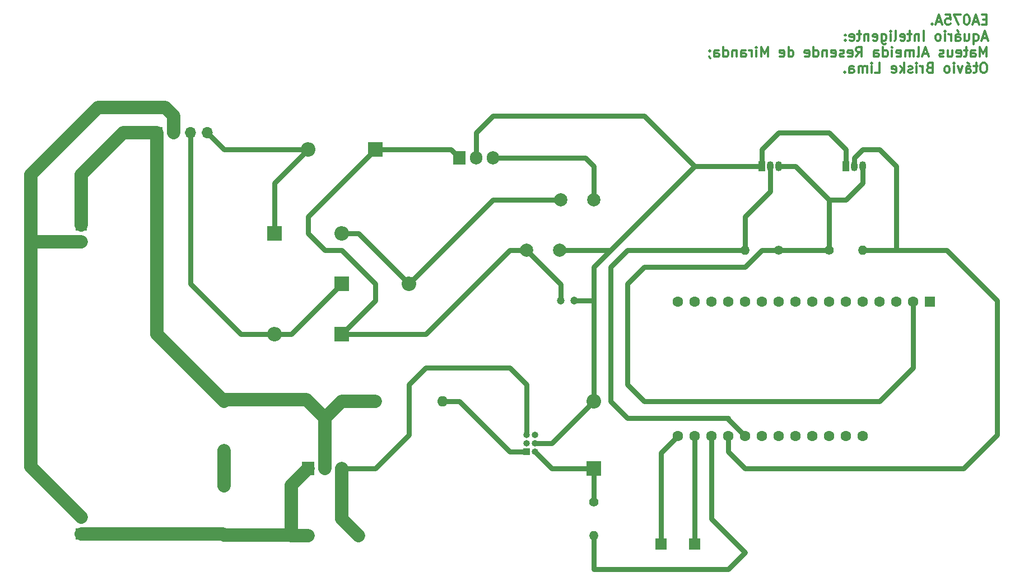
<source format=gbr>
%TF.GenerationSoftware,KiCad,Pcbnew,7.0.2-0*%
%TF.CreationDate,2023-06-25T20:51:01-03:00*%
%TF.ProjectId,Aquario_inteligente,41717561-7269-46f5-9f69-6e74656c6967,rev?*%
%TF.SameCoordinates,Original*%
%TF.FileFunction,Copper,L2,Bot*%
%TF.FilePolarity,Positive*%
%FSLAX46Y46*%
G04 Gerber Fmt 4.6, Leading zero omitted, Abs format (unit mm)*
G04 Created by KiCad (PCBNEW 7.0.2-0) date 2023-06-25 20:51:01*
%MOMM*%
%LPD*%
G01*
G04 APERTURE LIST*
%ADD10C,0.300000*%
%TA.AperFunction,NonConductor*%
%ADD11C,0.300000*%
%TD*%
%TA.AperFunction,ComponentPad*%
%ADD12R,1.700000X1.700000*%
%TD*%
%TA.AperFunction,ComponentPad*%
%ADD13C,2.000000*%
%TD*%
%TA.AperFunction,ComponentPad*%
%ADD14R,2.200000X2.200000*%
%TD*%
%TA.AperFunction,ComponentPad*%
%ADD15O,2.200000X2.200000*%
%TD*%
%TA.AperFunction,ComponentPad*%
%ADD16O,1.000000X1.000000*%
%TD*%
%TA.AperFunction,ComponentPad*%
%ADD17R,1.000000X1.000000*%
%TD*%
%TA.AperFunction,ComponentPad*%
%ADD18R,1.905000X2.000000*%
%TD*%
%TA.AperFunction,ComponentPad*%
%ADD19O,1.905000X2.000000*%
%TD*%
%TA.AperFunction,ComponentPad*%
%ADD20C,1.600000*%
%TD*%
%TA.AperFunction,ComponentPad*%
%ADD21O,1.700000X1.700000*%
%TD*%
%TA.AperFunction,ComponentPad*%
%ADD22C,1.400000*%
%TD*%
%TA.AperFunction,ComponentPad*%
%ADD23O,1.400000X1.400000*%
%TD*%
%TA.AperFunction,ComponentPad*%
%ADD24R,1.050000X1.500000*%
%TD*%
%TA.AperFunction,ComponentPad*%
%ADD25O,1.050000X1.500000*%
%TD*%
%TA.AperFunction,ComponentPad*%
%ADD26C,1.200000*%
%TD*%
%TA.AperFunction,ComponentPad*%
%ADD27R,1.600000X1.600000*%
%TD*%
%TA.AperFunction,ComponentPad*%
%ADD28O,1.600000X1.600000*%
%TD*%
%TA.AperFunction,Conductor*%
%ADD29C,0.800000*%
%TD*%
%TA.AperFunction,Conductor*%
%ADD30C,2.000000*%
%TD*%
G04 APERTURE END LIST*
D10*
D11*
X225702857Y-60320714D02*
X225202857Y-60320714D01*
X224988571Y-61106428D02*
X225702857Y-61106428D01*
X225702857Y-61106428D02*
X225702857Y-59606428D01*
X225702857Y-59606428D02*
X224988571Y-59606428D01*
X224417142Y-60677857D02*
X223702857Y-60677857D01*
X224559999Y-61106428D02*
X224059999Y-59606428D01*
X224059999Y-59606428D02*
X223559999Y-61106428D01*
X222774285Y-59606428D02*
X222631428Y-59606428D01*
X222631428Y-59606428D02*
X222488571Y-59677857D01*
X222488571Y-59677857D02*
X222417143Y-59749285D01*
X222417143Y-59749285D02*
X222345714Y-59892142D01*
X222345714Y-59892142D02*
X222274285Y-60177857D01*
X222274285Y-60177857D02*
X222274285Y-60535000D01*
X222274285Y-60535000D02*
X222345714Y-60820714D01*
X222345714Y-60820714D02*
X222417143Y-60963571D01*
X222417143Y-60963571D02*
X222488571Y-61035000D01*
X222488571Y-61035000D02*
X222631428Y-61106428D01*
X222631428Y-61106428D02*
X222774285Y-61106428D01*
X222774285Y-61106428D02*
X222917143Y-61035000D01*
X222917143Y-61035000D02*
X222988571Y-60963571D01*
X222988571Y-60963571D02*
X223060000Y-60820714D01*
X223060000Y-60820714D02*
X223131428Y-60535000D01*
X223131428Y-60535000D02*
X223131428Y-60177857D01*
X223131428Y-60177857D02*
X223060000Y-59892142D01*
X223060000Y-59892142D02*
X222988571Y-59749285D01*
X222988571Y-59749285D02*
X222917143Y-59677857D01*
X222917143Y-59677857D02*
X222774285Y-59606428D01*
X221774286Y-59606428D02*
X220774286Y-59606428D01*
X220774286Y-59606428D02*
X221417143Y-61106428D01*
X219488572Y-59606428D02*
X220202858Y-59606428D01*
X220202858Y-59606428D02*
X220274286Y-60320714D01*
X220274286Y-60320714D02*
X220202858Y-60249285D01*
X220202858Y-60249285D02*
X220060001Y-60177857D01*
X220060001Y-60177857D02*
X219702858Y-60177857D01*
X219702858Y-60177857D02*
X219560001Y-60249285D01*
X219560001Y-60249285D02*
X219488572Y-60320714D01*
X219488572Y-60320714D02*
X219417143Y-60463571D01*
X219417143Y-60463571D02*
X219417143Y-60820714D01*
X219417143Y-60820714D02*
X219488572Y-60963571D01*
X219488572Y-60963571D02*
X219560001Y-61035000D01*
X219560001Y-61035000D02*
X219702858Y-61106428D01*
X219702858Y-61106428D02*
X220060001Y-61106428D01*
X220060001Y-61106428D02*
X220202858Y-61035000D01*
X220202858Y-61035000D02*
X220274286Y-60963571D01*
X218845715Y-60677857D02*
X218131430Y-60677857D01*
X218988572Y-61106428D02*
X218488572Y-59606428D01*
X218488572Y-59606428D02*
X217988572Y-61106428D01*
X217488573Y-60963571D02*
X217417144Y-61035000D01*
X217417144Y-61035000D02*
X217488573Y-61106428D01*
X217488573Y-61106428D02*
X217560001Y-61035000D01*
X217560001Y-61035000D02*
X217488573Y-60963571D01*
X217488573Y-60963571D02*
X217488573Y-61106428D01*
X225774285Y-63107857D02*
X225060000Y-63107857D01*
X225917142Y-63536428D02*
X225417142Y-62036428D01*
X225417142Y-62036428D02*
X224917142Y-63536428D01*
X223774286Y-62536428D02*
X223774286Y-64036428D01*
X223774286Y-63465000D02*
X223917143Y-63536428D01*
X223917143Y-63536428D02*
X224202857Y-63536428D01*
X224202857Y-63536428D02*
X224345714Y-63465000D01*
X224345714Y-63465000D02*
X224417143Y-63393571D01*
X224417143Y-63393571D02*
X224488571Y-63250714D01*
X224488571Y-63250714D02*
X224488571Y-62822142D01*
X224488571Y-62822142D02*
X224417143Y-62679285D01*
X224417143Y-62679285D02*
X224345714Y-62607857D01*
X224345714Y-62607857D02*
X224202857Y-62536428D01*
X224202857Y-62536428D02*
X223917143Y-62536428D01*
X223917143Y-62536428D02*
X223774286Y-62607857D01*
X222417143Y-62536428D02*
X222417143Y-63536428D01*
X223060000Y-62536428D02*
X223060000Y-63322142D01*
X223060000Y-63322142D02*
X222988571Y-63465000D01*
X222988571Y-63465000D02*
X222845714Y-63536428D01*
X222845714Y-63536428D02*
X222631428Y-63536428D01*
X222631428Y-63536428D02*
X222488571Y-63465000D01*
X222488571Y-63465000D02*
X222417143Y-63393571D01*
X221060000Y-63536428D02*
X221060000Y-62750714D01*
X221060000Y-62750714D02*
X221131428Y-62607857D01*
X221131428Y-62607857D02*
X221274285Y-62536428D01*
X221274285Y-62536428D02*
X221560000Y-62536428D01*
X221560000Y-62536428D02*
X221702857Y-62607857D01*
X221060000Y-63465000D02*
X221202857Y-63536428D01*
X221202857Y-63536428D02*
X221560000Y-63536428D01*
X221560000Y-63536428D02*
X221702857Y-63465000D01*
X221702857Y-63465000D02*
X221774285Y-63322142D01*
X221774285Y-63322142D02*
X221774285Y-63179285D01*
X221774285Y-63179285D02*
X221702857Y-63036428D01*
X221702857Y-63036428D02*
X221560000Y-62965000D01*
X221560000Y-62965000D02*
X221202857Y-62965000D01*
X221202857Y-62965000D02*
X221060000Y-62893571D01*
X221274285Y-61965000D02*
X221488571Y-62179285D01*
X220345714Y-63536428D02*
X220345714Y-62536428D01*
X220345714Y-62822142D02*
X220274285Y-62679285D01*
X220274285Y-62679285D02*
X220202857Y-62607857D01*
X220202857Y-62607857D02*
X220059999Y-62536428D01*
X220059999Y-62536428D02*
X219917142Y-62536428D01*
X219417143Y-63536428D02*
X219417143Y-62536428D01*
X219417143Y-62036428D02*
X219488571Y-62107857D01*
X219488571Y-62107857D02*
X219417143Y-62179285D01*
X219417143Y-62179285D02*
X219345714Y-62107857D01*
X219345714Y-62107857D02*
X219417143Y-62036428D01*
X219417143Y-62036428D02*
X219417143Y-62179285D01*
X218488571Y-63536428D02*
X218631428Y-63465000D01*
X218631428Y-63465000D02*
X218702857Y-63393571D01*
X218702857Y-63393571D02*
X218774285Y-63250714D01*
X218774285Y-63250714D02*
X218774285Y-62822142D01*
X218774285Y-62822142D02*
X218702857Y-62679285D01*
X218702857Y-62679285D02*
X218631428Y-62607857D01*
X218631428Y-62607857D02*
X218488571Y-62536428D01*
X218488571Y-62536428D02*
X218274285Y-62536428D01*
X218274285Y-62536428D02*
X218131428Y-62607857D01*
X218131428Y-62607857D02*
X218060000Y-62679285D01*
X218060000Y-62679285D02*
X217988571Y-62822142D01*
X217988571Y-62822142D02*
X217988571Y-63250714D01*
X217988571Y-63250714D02*
X218060000Y-63393571D01*
X218060000Y-63393571D02*
X218131428Y-63465000D01*
X218131428Y-63465000D02*
X218274285Y-63536428D01*
X218274285Y-63536428D02*
X218488571Y-63536428D01*
X216202857Y-63536428D02*
X216202857Y-62036428D01*
X215488571Y-62536428D02*
X215488571Y-63536428D01*
X215488571Y-62679285D02*
X215417142Y-62607857D01*
X215417142Y-62607857D02*
X215274285Y-62536428D01*
X215274285Y-62536428D02*
X215059999Y-62536428D01*
X215059999Y-62536428D02*
X214917142Y-62607857D01*
X214917142Y-62607857D02*
X214845714Y-62750714D01*
X214845714Y-62750714D02*
X214845714Y-63536428D01*
X214345713Y-62536428D02*
X213774285Y-62536428D01*
X214131428Y-62036428D02*
X214131428Y-63322142D01*
X214131428Y-63322142D02*
X214059999Y-63465000D01*
X214059999Y-63465000D02*
X213917142Y-63536428D01*
X213917142Y-63536428D02*
X213774285Y-63536428D01*
X212702856Y-63465000D02*
X212845713Y-63536428D01*
X212845713Y-63536428D02*
X213131428Y-63536428D01*
X213131428Y-63536428D02*
X213274285Y-63465000D01*
X213274285Y-63465000D02*
X213345713Y-63322142D01*
X213345713Y-63322142D02*
X213345713Y-62750714D01*
X213345713Y-62750714D02*
X213274285Y-62607857D01*
X213274285Y-62607857D02*
X213131428Y-62536428D01*
X213131428Y-62536428D02*
X212845713Y-62536428D01*
X212845713Y-62536428D02*
X212702856Y-62607857D01*
X212702856Y-62607857D02*
X212631428Y-62750714D01*
X212631428Y-62750714D02*
X212631428Y-62893571D01*
X212631428Y-62893571D02*
X213345713Y-63036428D01*
X211774285Y-63536428D02*
X211917142Y-63465000D01*
X211917142Y-63465000D02*
X211988571Y-63322142D01*
X211988571Y-63322142D02*
X211988571Y-62036428D01*
X211202857Y-63536428D02*
X211202857Y-62536428D01*
X211202857Y-62036428D02*
X211274285Y-62107857D01*
X211274285Y-62107857D02*
X211202857Y-62179285D01*
X211202857Y-62179285D02*
X211131428Y-62107857D01*
X211131428Y-62107857D02*
X211202857Y-62036428D01*
X211202857Y-62036428D02*
X211202857Y-62179285D01*
X209845714Y-62536428D02*
X209845714Y-63750714D01*
X209845714Y-63750714D02*
X209917142Y-63893571D01*
X209917142Y-63893571D02*
X209988571Y-63965000D01*
X209988571Y-63965000D02*
X210131428Y-64036428D01*
X210131428Y-64036428D02*
X210345714Y-64036428D01*
X210345714Y-64036428D02*
X210488571Y-63965000D01*
X209845714Y-63465000D02*
X209988571Y-63536428D01*
X209988571Y-63536428D02*
X210274285Y-63536428D01*
X210274285Y-63536428D02*
X210417142Y-63465000D01*
X210417142Y-63465000D02*
X210488571Y-63393571D01*
X210488571Y-63393571D02*
X210559999Y-63250714D01*
X210559999Y-63250714D02*
X210559999Y-62822142D01*
X210559999Y-62822142D02*
X210488571Y-62679285D01*
X210488571Y-62679285D02*
X210417142Y-62607857D01*
X210417142Y-62607857D02*
X210274285Y-62536428D01*
X210274285Y-62536428D02*
X209988571Y-62536428D01*
X209988571Y-62536428D02*
X209845714Y-62607857D01*
X208559999Y-63465000D02*
X208702856Y-63536428D01*
X208702856Y-63536428D02*
X208988571Y-63536428D01*
X208988571Y-63536428D02*
X209131428Y-63465000D01*
X209131428Y-63465000D02*
X209202856Y-63322142D01*
X209202856Y-63322142D02*
X209202856Y-62750714D01*
X209202856Y-62750714D02*
X209131428Y-62607857D01*
X209131428Y-62607857D02*
X208988571Y-62536428D01*
X208988571Y-62536428D02*
X208702856Y-62536428D01*
X208702856Y-62536428D02*
X208559999Y-62607857D01*
X208559999Y-62607857D02*
X208488571Y-62750714D01*
X208488571Y-62750714D02*
X208488571Y-62893571D01*
X208488571Y-62893571D02*
X209202856Y-63036428D01*
X207845714Y-62536428D02*
X207845714Y-63536428D01*
X207845714Y-62679285D02*
X207774285Y-62607857D01*
X207774285Y-62607857D02*
X207631428Y-62536428D01*
X207631428Y-62536428D02*
X207417142Y-62536428D01*
X207417142Y-62536428D02*
X207274285Y-62607857D01*
X207274285Y-62607857D02*
X207202857Y-62750714D01*
X207202857Y-62750714D02*
X207202857Y-63536428D01*
X206702856Y-62536428D02*
X206131428Y-62536428D01*
X206488571Y-62036428D02*
X206488571Y-63322142D01*
X206488571Y-63322142D02*
X206417142Y-63465000D01*
X206417142Y-63465000D02*
X206274285Y-63536428D01*
X206274285Y-63536428D02*
X206131428Y-63536428D01*
X205059999Y-63465000D02*
X205202856Y-63536428D01*
X205202856Y-63536428D02*
X205488571Y-63536428D01*
X205488571Y-63536428D02*
X205631428Y-63465000D01*
X205631428Y-63465000D02*
X205702856Y-63322142D01*
X205702856Y-63322142D02*
X205702856Y-62750714D01*
X205702856Y-62750714D02*
X205631428Y-62607857D01*
X205631428Y-62607857D02*
X205488571Y-62536428D01*
X205488571Y-62536428D02*
X205202856Y-62536428D01*
X205202856Y-62536428D02*
X205059999Y-62607857D01*
X205059999Y-62607857D02*
X204988571Y-62750714D01*
X204988571Y-62750714D02*
X204988571Y-62893571D01*
X204988571Y-62893571D02*
X205702856Y-63036428D01*
X204345714Y-63393571D02*
X204274285Y-63465000D01*
X204274285Y-63465000D02*
X204345714Y-63536428D01*
X204345714Y-63536428D02*
X204417142Y-63465000D01*
X204417142Y-63465000D02*
X204345714Y-63393571D01*
X204345714Y-63393571D02*
X204345714Y-63536428D01*
X204345714Y-62607857D02*
X204274285Y-62679285D01*
X204274285Y-62679285D02*
X204345714Y-62750714D01*
X204345714Y-62750714D02*
X204417142Y-62679285D01*
X204417142Y-62679285D02*
X204345714Y-62607857D01*
X204345714Y-62607857D02*
X204345714Y-62750714D01*
X225702857Y-65966428D02*
X225702857Y-64466428D01*
X225702857Y-64466428D02*
X225202857Y-65537857D01*
X225202857Y-65537857D02*
X224702857Y-64466428D01*
X224702857Y-64466428D02*
X224702857Y-65966428D01*
X223345714Y-65966428D02*
X223345714Y-65180714D01*
X223345714Y-65180714D02*
X223417142Y-65037857D01*
X223417142Y-65037857D02*
X223559999Y-64966428D01*
X223559999Y-64966428D02*
X223845714Y-64966428D01*
X223845714Y-64966428D02*
X223988571Y-65037857D01*
X223345714Y-65895000D02*
X223488571Y-65966428D01*
X223488571Y-65966428D02*
X223845714Y-65966428D01*
X223845714Y-65966428D02*
X223988571Y-65895000D01*
X223988571Y-65895000D02*
X224059999Y-65752142D01*
X224059999Y-65752142D02*
X224059999Y-65609285D01*
X224059999Y-65609285D02*
X223988571Y-65466428D01*
X223988571Y-65466428D02*
X223845714Y-65395000D01*
X223845714Y-65395000D02*
X223488571Y-65395000D01*
X223488571Y-65395000D02*
X223345714Y-65323571D01*
X222845713Y-64966428D02*
X222274285Y-64966428D01*
X222631428Y-64466428D02*
X222631428Y-65752142D01*
X222631428Y-65752142D02*
X222559999Y-65895000D01*
X222559999Y-65895000D02*
X222417142Y-65966428D01*
X222417142Y-65966428D02*
X222274285Y-65966428D01*
X221202856Y-65895000D02*
X221345713Y-65966428D01*
X221345713Y-65966428D02*
X221631428Y-65966428D01*
X221631428Y-65966428D02*
X221774285Y-65895000D01*
X221774285Y-65895000D02*
X221845713Y-65752142D01*
X221845713Y-65752142D02*
X221845713Y-65180714D01*
X221845713Y-65180714D02*
X221774285Y-65037857D01*
X221774285Y-65037857D02*
X221631428Y-64966428D01*
X221631428Y-64966428D02*
X221345713Y-64966428D01*
X221345713Y-64966428D02*
X221202856Y-65037857D01*
X221202856Y-65037857D02*
X221131428Y-65180714D01*
X221131428Y-65180714D02*
X221131428Y-65323571D01*
X221131428Y-65323571D02*
X221845713Y-65466428D01*
X219845714Y-64966428D02*
X219845714Y-65966428D01*
X220488571Y-64966428D02*
X220488571Y-65752142D01*
X220488571Y-65752142D02*
X220417142Y-65895000D01*
X220417142Y-65895000D02*
X220274285Y-65966428D01*
X220274285Y-65966428D02*
X220059999Y-65966428D01*
X220059999Y-65966428D02*
X219917142Y-65895000D01*
X219917142Y-65895000D02*
X219845714Y-65823571D01*
X219202856Y-65895000D02*
X219059999Y-65966428D01*
X219059999Y-65966428D02*
X218774285Y-65966428D01*
X218774285Y-65966428D02*
X218631428Y-65895000D01*
X218631428Y-65895000D02*
X218559999Y-65752142D01*
X218559999Y-65752142D02*
X218559999Y-65680714D01*
X218559999Y-65680714D02*
X218631428Y-65537857D01*
X218631428Y-65537857D02*
X218774285Y-65466428D01*
X218774285Y-65466428D02*
X218988571Y-65466428D01*
X218988571Y-65466428D02*
X219131428Y-65395000D01*
X219131428Y-65395000D02*
X219202856Y-65252142D01*
X219202856Y-65252142D02*
X219202856Y-65180714D01*
X219202856Y-65180714D02*
X219131428Y-65037857D01*
X219131428Y-65037857D02*
X218988571Y-64966428D01*
X218988571Y-64966428D02*
X218774285Y-64966428D01*
X218774285Y-64966428D02*
X218631428Y-65037857D01*
X216845713Y-65537857D02*
X216131428Y-65537857D01*
X216988570Y-65966428D02*
X216488570Y-64466428D01*
X216488570Y-64466428D02*
X215988570Y-65966428D01*
X215274285Y-65966428D02*
X215417142Y-65895000D01*
X215417142Y-65895000D02*
X215488571Y-65752142D01*
X215488571Y-65752142D02*
X215488571Y-64466428D01*
X214702857Y-65966428D02*
X214702857Y-64966428D01*
X214702857Y-65109285D02*
X214631428Y-65037857D01*
X214631428Y-65037857D02*
X214488571Y-64966428D01*
X214488571Y-64966428D02*
X214274285Y-64966428D01*
X214274285Y-64966428D02*
X214131428Y-65037857D01*
X214131428Y-65037857D02*
X214060000Y-65180714D01*
X214060000Y-65180714D02*
X214060000Y-65966428D01*
X214060000Y-65180714D02*
X213988571Y-65037857D01*
X213988571Y-65037857D02*
X213845714Y-64966428D01*
X213845714Y-64966428D02*
X213631428Y-64966428D01*
X213631428Y-64966428D02*
X213488571Y-65037857D01*
X213488571Y-65037857D02*
X213417142Y-65180714D01*
X213417142Y-65180714D02*
X213417142Y-65966428D01*
X212131428Y-65895000D02*
X212274285Y-65966428D01*
X212274285Y-65966428D02*
X212560000Y-65966428D01*
X212560000Y-65966428D02*
X212702857Y-65895000D01*
X212702857Y-65895000D02*
X212774285Y-65752142D01*
X212774285Y-65752142D02*
X212774285Y-65180714D01*
X212774285Y-65180714D02*
X212702857Y-65037857D01*
X212702857Y-65037857D02*
X212560000Y-64966428D01*
X212560000Y-64966428D02*
X212274285Y-64966428D01*
X212274285Y-64966428D02*
X212131428Y-65037857D01*
X212131428Y-65037857D02*
X212060000Y-65180714D01*
X212060000Y-65180714D02*
X212060000Y-65323571D01*
X212060000Y-65323571D02*
X212774285Y-65466428D01*
X211417143Y-65966428D02*
X211417143Y-64966428D01*
X211417143Y-64466428D02*
X211488571Y-64537857D01*
X211488571Y-64537857D02*
X211417143Y-64609285D01*
X211417143Y-64609285D02*
X211345714Y-64537857D01*
X211345714Y-64537857D02*
X211417143Y-64466428D01*
X211417143Y-64466428D02*
X211417143Y-64609285D01*
X210060000Y-65966428D02*
X210060000Y-64466428D01*
X210060000Y-65895000D02*
X210202857Y-65966428D01*
X210202857Y-65966428D02*
X210488571Y-65966428D01*
X210488571Y-65966428D02*
X210631428Y-65895000D01*
X210631428Y-65895000D02*
X210702857Y-65823571D01*
X210702857Y-65823571D02*
X210774285Y-65680714D01*
X210774285Y-65680714D02*
X210774285Y-65252142D01*
X210774285Y-65252142D02*
X210702857Y-65109285D01*
X210702857Y-65109285D02*
X210631428Y-65037857D01*
X210631428Y-65037857D02*
X210488571Y-64966428D01*
X210488571Y-64966428D02*
X210202857Y-64966428D01*
X210202857Y-64966428D02*
X210060000Y-65037857D01*
X208702857Y-65966428D02*
X208702857Y-65180714D01*
X208702857Y-65180714D02*
X208774285Y-65037857D01*
X208774285Y-65037857D02*
X208917142Y-64966428D01*
X208917142Y-64966428D02*
X209202857Y-64966428D01*
X209202857Y-64966428D02*
X209345714Y-65037857D01*
X208702857Y-65895000D02*
X208845714Y-65966428D01*
X208845714Y-65966428D02*
X209202857Y-65966428D01*
X209202857Y-65966428D02*
X209345714Y-65895000D01*
X209345714Y-65895000D02*
X209417142Y-65752142D01*
X209417142Y-65752142D02*
X209417142Y-65609285D01*
X209417142Y-65609285D02*
X209345714Y-65466428D01*
X209345714Y-65466428D02*
X209202857Y-65395000D01*
X209202857Y-65395000D02*
X208845714Y-65395000D01*
X208845714Y-65395000D02*
X208702857Y-65323571D01*
X205988571Y-65966428D02*
X206488571Y-65252142D01*
X206845714Y-65966428D02*
X206845714Y-64466428D01*
X206845714Y-64466428D02*
X206274285Y-64466428D01*
X206274285Y-64466428D02*
X206131428Y-64537857D01*
X206131428Y-64537857D02*
X206059999Y-64609285D01*
X206059999Y-64609285D02*
X205988571Y-64752142D01*
X205988571Y-64752142D02*
X205988571Y-64966428D01*
X205988571Y-64966428D02*
X206059999Y-65109285D01*
X206059999Y-65109285D02*
X206131428Y-65180714D01*
X206131428Y-65180714D02*
X206274285Y-65252142D01*
X206274285Y-65252142D02*
X206845714Y-65252142D01*
X204774285Y-65895000D02*
X204917142Y-65966428D01*
X204917142Y-65966428D02*
X205202857Y-65966428D01*
X205202857Y-65966428D02*
X205345714Y-65895000D01*
X205345714Y-65895000D02*
X205417142Y-65752142D01*
X205417142Y-65752142D02*
X205417142Y-65180714D01*
X205417142Y-65180714D02*
X205345714Y-65037857D01*
X205345714Y-65037857D02*
X205202857Y-64966428D01*
X205202857Y-64966428D02*
X204917142Y-64966428D01*
X204917142Y-64966428D02*
X204774285Y-65037857D01*
X204774285Y-65037857D02*
X204702857Y-65180714D01*
X204702857Y-65180714D02*
X204702857Y-65323571D01*
X204702857Y-65323571D02*
X205417142Y-65466428D01*
X204131428Y-65895000D02*
X203988571Y-65966428D01*
X203988571Y-65966428D02*
X203702857Y-65966428D01*
X203702857Y-65966428D02*
X203560000Y-65895000D01*
X203560000Y-65895000D02*
X203488571Y-65752142D01*
X203488571Y-65752142D02*
X203488571Y-65680714D01*
X203488571Y-65680714D02*
X203560000Y-65537857D01*
X203560000Y-65537857D02*
X203702857Y-65466428D01*
X203702857Y-65466428D02*
X203917143Y-65466428D01*
X203917143Y-65466428D02*
X204060000Y-65395000D01*
X204060000Y-65395000D02*
X204131428Y-65252142D01*
X204131428Y-65252142D02*
X204131428Y-65180714D01*
X204131428Y-65180714D02*
X204060000Y-65037857D01*
X204060000Y-65037857D02*
X203917143Y-64966428D01*
X203917143Y-64966428D02*
X203702857Y-64966428D01*
X203702857Y-64966428D02*
X203560000Y-65037857D01*
X202274285Y-65895000D02*
X202417142Y-65966428D01*
X202417142Y-65966428D02*
X202702857Y-65966428D01*
X202702857Y-65966428D02*
X202845714Y-65895000D01*
X202845714Y-65895000D02*
X202917142Y-65752142D01*
X202917142Y-65752142D02*
X202917142Y-65180714D01*
X202917142Y-65180714D02*
X202845714Y-65037857D01*
X202845714Y-65037857D02*
X202702857Y-64966428D01*
X202702857Y-64966428D02*
X202417142Y-64966428D01*
X202417142Y-64966428D02*
X202274285Y-65037857D01*
X202274285Y-65037857D02*
X202202857Y-65180714D01*
X202202857Y-65180714D02*
X202202857Y-65323571D01*
X202202857Y-65323571D02*
X202917142Y-65466428D01*
X201560000Y-64966428D02*
X201560000Y-65966428D01*
X201560000Y-65109285D02*
X201488571Y-65037857D01*
X201488571Y-65037857D02*
X201345714Y-64966428D01*
X201345714Y-64966428D02*
X201131428Y-64966428D01*
X201131428Y-64966428D02*
X200988571Y-65037857D01*
X200988571Y-65037857D02*
X200917143Y-65180714D01*
X200917143Y-65180714D02*
X200917143Y-65966428D01*
X199560000Y-65966428D02*
X199560000Y-64466428D01*
X199560000Y-65895000D02*
X199702857Y-65966428D01*
X199702857Y-65966428D02*
X199988571Y-65966428D01*
X199988571Y-65966428D02*
X200131428Y-65895000D01*
X200131428Y-65895000D02*
X200202857Y-65823571D01*
X200202857Y-65823571D02*
X200274285Y-65680714D01*
X200274285Y-65680714D02*
X200274285Y-65252142D01*
X200274285Y-65252142D02*
X200202857Y-65109285D01*
X200202857Y-65109285D02*
X200131428Y-65037857D01*
X200131428Y-65037857D02*
X199988571Y-64966428D01*
X199988571Y-64966428D02*
X199702857Y-64966428D01*
X199702857Y-64966428D02*
X199560000Y-65037857D01*
X198274285Y-65895000D02*
X198417142Y-65966428D01*
X198417142Y-65966428D02*
X198702857Y-65966428D01*
X198702857Y-65966428D02*
X198845714Y-65895000D01*
X198845714Y-65895000D02*
X198917142Y-65752142D01*
X198917142Y-65752142D02*
X198917142Y-65180714D01*
X198917142Y-65180714D02*
X198845714Y-65037857D01*
X198845714Y-65037857D02*
X198702857Y-64966428D01*
X198702857Y-64966428D02*
X198417142Y-64966428D01*
X198417142Y-64966428D02*
X198274285Y-65037857D01*
X198274285Y-65037857D02*
X198202857Y-65180714D01*
X198202857Y-65180714D02*
X198202857Y-65323571D01*
X198202857Y-65323571D02*
X198917142Y-65466428D01*
X195774286Y-65966428D02*
X195774286Y-64466428D01*
X195774286Y-65895000D02*
X195917143Y-65966428D01*
X195917143Y-65966428D02*
X196202857Y-65966428D01*
X196202857Y-65966428D02*
X196345714Y-65895000D01*
X196345714Y-65895000D02*
X196417143Y-65823571D01*
X196417143Y-65823571D02*
X196488571Y-65680714D01*
X196488571Y-65680714D02*
X196488571Y-65252142D01*
X196488571Y-65252142D02*
X196417143Y-65109285D01*
X196417143Y-65109285D02*
X196345714Y-65037857D01*
X196345714Y-65037857D02*
X196202857Y-64966428D01*
X196202857Y-64966428D02*
X195917143Y-64966428D01*
X195917143Y-64966428D02*
X195774286Y-65037857D01*
X194488571Y-65895000D02*
X194631428Y-65966428D01*
X194631428Y-65966428D02*
X194917143Y-65966428D01*
X194917143Y-65966428D02*
X195060000Y-65895000D01*
X195060000Y-65895000D02*
X195131428Y-65752142D01*
X195131428Y-65752142D02*
X195131428Y-65180714D01*
X195131428Y-65180714D02*
X195060000Y-65037857D01*
X195060000Y-65037857D02*
X194917143Y-64966428D01*
X194917143Y-64966428D02*
X194631428Y-64966428D01*
X194631428Y-64966428D02*
X194488571Y-65037857D01*
X194488571Y-65037857D02*
X194417143Y-65180714D01*
X194417143Y-65180714D02*
X194417143Y-65323571D01*
X194417143Y-65323571D02*
X195131428Y-65466428D01*
X192631429Y-65966428D02*
X192631429Y-64466428D01*
X192631429Y-64466428D02*
X192131429Y-65537857D01*
X192131429Y-65537857D02*
X191631429Y-64466428D01*
X191631429Y-64466428D02*
X191631429Y-65966428D01*
X190917143Y-65966428D02*
X190917143Y-64966428D01*
X190917143Y-64466428D02*
X190988571Y-64537857D01*
X190988571Y-64537857D02*
X190917143Y-64609285D01*
X190917143Y-64609285D02*
X190845714Y-64537857D01*
X190845714Y-64537857D02*
X190917143Y-64466428D01*
X190917143Y-64466428D02*
X190917143Y-64609285D01*
X190202857Y-65966428D02*
X190202857Y-64966428D01*
X190202857Y-65252142D02*
X190131428Y-65109285D01*
X190131428Y-65109285D02*
X190060000Y-65037857D01*
X190060000Y-65037857D02*
X189917142Y-64966428D01*
X189917142Y-64966428D02*
X189774285Y-64966428D01*
X188631429Y-65966428D02*
X188631429Y-65180714D01*
X188631429Y-65180714D02*
X188702857Y-65037857D01*
X188702857Y-65037857D02*
X188845714Y-64966428D01*
X188845714Y-64966428D02*
X189131429Y-64966428D01*
X189131429Y-64966428D02*
X189274286Y-65037857D01*
X188631429Y-65895000D02*
X188774286Y-65966428D01*
X188774286Y-65966428D02*
X189131429Y-65966428D01*
X189131429Y-65966428D02*
X189274286Y-65895000D01*
X189274286Y-65895000D02*
X189345714Y-65752142D01*
X189345714Y-65752142D02*
X189345714Y-65609285D01*
X189345714Y-65609285D02*
X189274286Y-65466428D01*
X189274286Y-65466428D02*
X189131429Y-65395000D01*
X189131429Y-65395000D02*
X188774286Y-65395000D01*
X188774286Y-65395000D02*
X188631429Y-65323571D01*
X187917143Y-64966428D02*
X187917143Y-65966428D01*
X187917143Y-65109285D02*
X187845714Y-65037857D01*
X187845714Y-65037857D02*
X187702857Y-64966428D01*
X187702857Y-64966428D02*
X187488571Y-64966428D01*
X187488571Y-64966428D02*
X187345714Y-65037857D01*
X187345714Y-65037857D02*
X187274286Y-65180714D01*
X187274286Y-65180714D02*
X187274286Y-65966428D01*
X185917143Y-65966428D02*
X185917143Y-64466428D01*
X185917143Y-65895000D02*
X186060000Y-65966428D01*
X186060000Y-65966428D02*
X186345714Y-65966428D01*
X186345714Y-65966428D02*
X186488571Y-65895000D01*
X186488571Y-65895000D02*
X186560000Y-65823571D01*
X186560000Y-65823571D02*
X186631428Y-65680714D01*
X186631428Y-65680714D02*
X186631428Y-65252142D01*
X186631428Y-65252142D02*
X186560000Y-65109285D01*
X186560000Y-65109285D02*
X186488571Y-65037857D01*
X186488571Y-65037857D02*
X186345714Y-64966428D01*
X186345714Y-64966428D02*
X186060000Y-64966428D01*
X186060000Y-64966428D02*
X185917143Y-65037857D01*
X184560000Y-65966428D02*
X184560000Y-65180714D01*
X184560000Y-65180714D02*
X184631428Y-65037857D01*
X184631428Y-65037857D02*
X184774285Y-64966428D01*
X184774285Y-64966428D02*
X185060000Y-64966428D01*
X185060000Y-64966428D02*
X185202857Y-65037857D01*
X184560000Y-65895000D02*
X184702857Y-65966428D01*
X184702857Y-65966428D02*
X185060000Y-65966428D01*
X185060000Y-65966428D02*
X185202857Y-65895000D01*
X185202857Y-65895000D02*
X185274285Y-65752142D01*
X185274285Y-65752142D02*
X185274285Y-65609285D01*
X185274285Y-65609285D02*
X185202857Y-65466428D01*
X185202857Y-65466428D02*
X185060000Y-65395000D01*
X185060000Y-65395000D02*
X184702857Y-65395000D01*
X184702857Y-65395000D02*
X184560000Y-65323571D01*
X183774285Y-65895000D02*
X183774285Y-65966428D01*
X183774285Y-65966428D02*
X183845714Y-66109285D01*
X183845714Y-66109285D02*
X183917142Y-66180714D01*
X183845714Y-65037857D02*
X183774285Y-65109285D01*
X183774285Y-65109285D02*
X183845714Y-65180714D01*
X183845714Y-65180714D02*
X183917142Y-65109285D01*
X183917142Y-65109285D02*
X183845714Y-65037857D01*
X183845714Y-65037857D02*
X183845714Y-65180714D01*
X225417142Y-66896428D02*
X225131428Y-66896428D01*
X225131428Y-66896428D02*
X224988571Y-66967857D01*
X224988571Y-66967857D02*
X224845714Y-67110714D01*
X224845714Y-67110714D02*
X224774285Y-67396428D01*
X224774285Y-67396428D02*
X224774285Y-67896428D01*
X224774285Y-67896428D02*
X224845714Y-68182142D01*
X224845714Y-68182142D02*
X224988571Y-68325000D01*
X224988571Y-68325000D02*
X225131428Y-68396428D01*
X225131428Y-68396428D02*
X225417142Y-68396428D01*
X225417142Y-68396428D02*
X225560000Y-68325000D01*
X225560000Y-68325000D02*
X225702857Y-68182142D01*
X225702857Y-68182142D02*
X225774285Y-67896428D01*
X225774285Y-67896428D02*
X225774285Y-67396428D01*
X225774285Y-67396428D02*
X225702857Y-67110714D01*
X225702857Y-67110714D02*
X225560000Y-66967857D01*
X225560000Y-66967857D02*
X225417142Y-66896428D01*
X224345713Y-67396428D02*
X223774285Y-67396428D01*
X224131428Y-66896428D02*
X224131428Y-68182142D01*
X224131428Y-68182142D02*
X224059999Y-68325000D01*
X224059999Y-68325000D02*
X223917142Y-68396428D01*
X223917142Y-68396428D02*
X223774285Y-68396428D01*
X222631428Y-68396428D02*
X222631428Y-67610714D01*
X222631428Y-67610714D02*
X222702856Y-67467857D01*
X222702856Y-67467857D02*
X222845713Y-67396428D01*
X222845713Y-67396428D02*
X223131428Y-67396428D01*
X223131428Y-67396428D02*
X223274285Y-67467857D01*
X222631428Y-68325000D02*
X222774285Y-68396428D01*
X222774285Y-68396428D02*
X223131428Y-68396428D01*
X223131428Y-68396428D02*
X223274285Y-68325000D01*
X223274285Y-68325000D02*
X223345713Y-68182142D01*
X223345713Y-68182142D02*
X223345713Y-68039285D01*
X223345713Y-68039285D02*
X223274285Y-67896428D01*
X223274285Y-67896428D02*
X223131428Y-67825000D01*
X223131428Y-67825000D02*
X222774285Y-67825000D01*
X222774285Y-67825000D02*
X222631428Y-67753571D01*
X222845713Y-66825000D02*
X223059999Y-67039285D01*
X222059999Y-67396428D02*
X221702856Y-68396428D01*
X221702856Y-68396428D02*
X221345713Y-67396428D01*
X220774285Y-68396428D02*
X220774285Y-67396428D01*
X220774285Y-66896428D02*
X220845713Y-66967857D01*
X220845713Y-66967857D02*
X220774285Y-67039285D01*
X220774285Y-67039285D02*
X220702856Y-66967857D01*
X220702856Y-66967857D02*
X220774285Y-66896428D01*
X220774285Y-66896428D02*
X220774285Y-67039285D01*
X219845713Y-68396428D02*
X219988570Y-68325000D01*
X219988570Y-68325000D02*
X220059999Y-68253571D01*
X220059999Y-68253571D02*
X220131427Y-68110714D01*
X220131427Y-68110714D02*
X220131427Y-67682142D01*
X220131427Y-67682142D02*
X220059999Y-67539285D01*
X220059999Y-67539285D02*
X219988570Y-67467857D01*
X219988570Y-67467857D02*
X219845713Y-67396428D01*
X219845713Y-67396428D02*
X219631427Y-67396428D01*
X219631427Y-67396428D02*
X219488570Y-67467857D01*
X219488570Y-67467857D02*
X219417142Y-67539285D01*
X219417142Y-67539285D02*
X219345713Y-67682142D01*
X219345713Y-67682142D02*
X219345713Y-68110714D01*
X219345713Y-68110714D02*
X219417142Y-68253571D01*
X219417142Y-68253571D02*
X219488570Y-68325000D01*
X219488570Y-68325000D02*
X219631427Y-68396428D01*
X219631427Y-68396428D02*
X219845713Y-68396428D01*
X217059999Y-67610714D02*
X216845713Y-67682142D01*
X216845713Y-67682142D02*
X216774284Y-67753571D01*
X216774284Y-67753571D02*
X216702856Y-67896428D01*
X216702856Y-67896428D02*
X216702856Y-68110714D01*
X216702856Y-68110714D02*
X216774284Y-68253571D01*
X216774284Y-68253571D02*
X216845713Y-68325000D01*
X216845713Y-68325000D02*
X216988570Y-68396428D01*
X216988570Y-68396428D02*
X217559999Y-68396428D01*
X217559999Y-68396428D02*
X217559999Y-66896428D01*
X217559999Y-66896428D02*
X217059999Y-66896428D01*
X217059999Y-66896428D02*
X216917142Y-66967857D01*
X216917142Y-66967857D02*
X216845713Y-67039285D01*
X216845713Y-67039285D02*
X216774284Y-67182142D01*
X216774284Y-67182142D02*
X216774284Y-67325000D01*
X216774284Y-67325000D02*
X216845713Y-67467857D01*
X216845713Y-67467857D02*
X216917142Y-67539285D01*
X216917142Y-67539285D02*
X217059999Y-67610714D01*
X217059999Y-67610714D02*
X217559999Y-67610714D01*
X216059999Y-68396428D02*
X216059999Y-67396428D01*
X216059999Y-67682142D02*
X215988570Y-67539285D01*
X215988570Y-67539285D02*
X215917142Y-67467857D01*
X215917142Y-67467857D02*
X215774284Y-67396428D01*
X215774284Y-67396428D02*
X215631427Y-67396428D01*
X215131428Y-68396428D02*
X215131428Y-67396428D01*
X215131428Y-66896428D02*
X215202856Y-66967857D01*
X215202856Y-66967857D02*
X215131428Y-67039285D01*
X215131428Y-67039285D02*
X215059999Y-66967857D01*
X215059999Y-66967857D02*
X215131428Y-66896428D01*
X215131428Y-66896428D02*
X215131428Y-67039285D01*
X214488570Y-68325000D02*
X214345713Y-68396428D01*
X214345713Y-68396428D02*
X214059999Y-68396428D01*
X214059999Y-68396428D02*
X213917142Y-68325000D01*
X213917142Y-68325000D02*
X213845713Y-68182142D01*
X213845713Y-68182142D02*
X213845713Y-68110714D01*
X213845713Y-68110714D02*
X213917142Y-67967857D01*
X213917142Y-67967857D02*
X214059999Y-67896428D01*
X214059999Y-67896428D02*
X214274285Y-67896428D01*
X214274285Y-67896428D02*
X214417142Y-67825000D01*
X214417142Y-67825000D02*
X214488570Y-67682142D01*
X214488570Y-67682142D02*
X214488570Y-67610714D01*
X214488570Y-67610714D02*
X214417142Y-67467857D01*
X214417142Y-67467857D02*
X214274285Y-67396428D01*
X214274285Y-67396428D02*
X214059999Y-67396428D01*
X214059999Y-67396428D02*
X213917142Y-67467857D01*
X213202856Y-68396428D02*
X213202856Y-66896428D01*
X213059999Y-67825000D02*
X212631427Y-68396428D01*
X212631427Y-67396428D02*
X213202856Y-67967857D01*
X211417141Y-68325000D02*
X211559998Y-68396428D01*
X211559998Y-68396428D02*
X211845713Y-68396428D01*
X211845713Y-68396428D02*
X211988570Y-68325000D01*
X211988570Y-68325000D02*
X212059998Y-68182142D01*
X212059998Y-68182142D02*
X212059998Y-67610714D01*
X212059998Y-67610714D02*
X211988570Y-67467857D01*
X211988570Y-67467857D02*
X211845713Y-67396428D01*
X211845713Y-67396428D02*
X211559998Y-67396428D01*
X211559998Y-67396428D02*
X211417141Y-67467857D01*
X211417141Y-67467857D02*
X211345713Y-67610714D01*
X211345713Y-67610714D02*
X211345713Y-67753571D01*
X211345713Y-67753571D02*
X212059998Y-67896428D01*
X208845713Y-68396428D02*
X209559999Y-68396428D01*
X209559999Y-68396428D02*
X209559999Y-66896428D01*
X208345713Y-68396428D02*
X208345713Y-67396428D01*
X208345713Y-66896428D02*
X208417141Y-66967857D01*
X208417141Y-66967857D02*
X208345713Y-67039285D01*
X208345713Y-67039285D02*
X208274284Y-66967857D01*
X208274284Y-66967857D02*
X208345713Y-66896428D01*
X208345713Y-66896428D02*
X208345713Y-67039285D01*
X207631427Y-68396428D02*
X207631427Y-67396428D01*
X207631427Y-67539285D02*
X207559998Y-67467857D01*
X207559998Y-67467857D02*
X207417141Y-67396428D01*
X207417141Y-67396428D02*
X207202855Y-67396428D01*
X207202855Y-67396428D02*
X207059998Y-67467857D01*
X207059998Y-67467857D02*
X206988570Y-67610714D01*
X206988570Y-67610714D02*
X206988570Y-68396428D01*
X206988570Y-67610714D02*
X206917141Y-67467857D01*
X206917141Y-67467857D02*
X206774284Y-67396428D01*
X206774284Y-67396428D02*
X206559998Y-67396428D01*
X206559998Y-67396428D02*
X206417141Y-67467857D01*
X206417141Y-67467857D02*
X206345712Y-67610714D01*
X206345712Y-67610714D02*
X206345712Y-68396428D01*
X204988570Y-68396428D02*
X204988570Y-67610714D01*
X204988570Y-67610714D02*
X205059998Y-67467857D01*
X205059998Y-67467857D02*
X205202855Y-67396428D01*
X205202855Y-67396428D02*
X205488570Y-67396428D01*
X205488570Y-67396428D02*
X205631427Y-67467857D01*
X204988570Y-68325000D02*
X205131427Y-68396428D01*
X205131427Y-68396428D02*
X205488570Y-68396428D01*
X205488570Y-68396428D02*
X205631427Y-68325000D01*
X205631427Y-68325000D02*
X205702855Y-68182142D01*
X205702855Y-68182142D02*
X205702855Y-68039285D01*
X205702855Y-68039285D02*
X205631427Y-67896428D01*
X205631427Y-67896428D02*
X205488570Y-67825000D01*
X205488570Y-67825000D02*
X205131427Y-67825000D01*
X205131427Y-67825000D02*
X204988570Y-67753571D01*
X204274284Y-68253571D02*
X204202855Y-68325000D01*
X204202855Y-68325000D02*
X204274284Y-68396428D01*
X204274284Y-68396428D02*
X204345712Y-68325000D01*
X204345712Y-68325000D02*
X204274284Y-68253571D01*
X204274284Y-68253571D02*
X204274284Y-68396428D01*
D12*
%TO.P,J3,1,Pin_1*%
%TO.N,Net-(A1-SCL{slash}IO5)*%
X181610000Y-139700000D03*
%TD*%
%TO.P,J2,1,Pin_1*%
%TO.N,Net-(A1-SDA{slash}IO4)*%
X176530000Y-139700000D03*
%TD*%
D13*
%TO.P,C2,1*%
%TO.N,Net-(D3-K)*%
X156210000Y-95250000D03*
%TO.P,C2,2*%
%TO.N,Net-(A1-GND)*%
X161210000Y-95250000D03*
%TD*%
D14*
%TO.P,D3,1,K*%
%TO.N,Net-(D3-K)*%
X128270000Y-107950000D03*
D15*
%TO.P,D3,2,A*%
%TO.N,Net-(D2-K)*%
X118110000Y-107950000D03*
%TD*%
D16*
%TO.P,U2,1*%
%TO.N,Net-(D5-K)*%
X157480000Y-125730000D03*
%TO.P,U2,2*%
%TO.N,Net-(A1-GND)*%
X157480000Y-124460000D03*
%TO.P,U2,3,NC*%
%TO.N,unconnected-(U2-NC-Pad3)*%
X157480000Y-123190000D03*
%TO.P,U2,4*%
%TO.N,Net-(Q1-G)*%
X156210000Y-123190000D03*
%TO.P,U2,5,NC*%
%TO.N,unconnected-(U2-NC-Pad5)*%
X156210000Y-124460000D03*
D17*
%TO.P,U2,6*%
%TO.N,Net-(R2-Pad2)*%
X156210000Y-125730000D03*
%TD*%
D18*
%TO.P,U1,1,VI*%
%TO.N,Net-(D3-K)*%
X146050000Y-81280000D03*
D19*
%TO.P,U1,2,GND*%
%TO.N,Net-(A1-GND)*%
X148590000Y-81280000D03*
%TO.P,U1,3,VO*%
%TO.N,Net-(A1-USB)*%
X151130000Y-81280000D03*
%TD*%
D20*
%TO.P,C4,1*%
%TO.N,Net-(J1-AC_P)*%
X110490000Y-138350000D03*
%TO.P,C4,2*%
%TO.N,Net-(C4-Pad2)*%
X110490000Y-130850000D03*
%TD*%
D12*
%TO.P,J1,1,AC_P*%
%TO.N,Net-(J1-AC_P)*%
X88900000Y-138190000D03*
D21*
%TO.P,J1,2,AC_N*%
%TO.N,Net-(J1-AC_N)*%
X88900000Y-135650000D03*
%TD*%
D22*
%TO.P,R1,1*%
%TO.N,Net-(D5-K)*%
X166370000Y-133350000D03*
D23*
%TO.P,R1,2*%
%TO.N,Net-(A1-IO2)*%
X166370000Y-138430000D03*
%TD*%
D13*
%TO.P,C1,1*%
%TO.N,Net-(A1-GND)*%
X161370000Y-87630000D03*
%TO.P,C1,2*%
%TO.N,Net-(A1-USB)*%
X166370000Y-87630000D03*
%TD*%
D12*
%TO.P,P1,1,AC_P*%
%TO.N,Net-(P1-AC_P)*%
X88900000Y-91440000D03*
D21*
%TO.P,P1,2,AC_N*%
%TO.N,Net-(J1-AC_N)*%
X88900000Y-93980000D03*
%TD*%
D24*
%TO.P,U3,1,GND*%
%TO.N,Net-(A1-GND)*%
X204470000Y-82550000D03*
D25*
%TO.P,U3,2,DQ*%
%TO.N,Net-(A1-IO16)*%
X205740000Y-82550000D03*
%TO.P,U3,3,V_{DD}*%
%TO.N,Net-(A1-3V3)*%
X207010000Y-82550000D03*
%TD*%
D22*
%TO.P,R4,1*%
%TO.N,Net-(P1-AC_P)*%
X110575000Y-117840000D03*
D23*
%TO.P,R4,2*%
%TO.N,Net-(C4-Pad2)*%
X110575000Y-125460000D03*
%TD*%
D26*
%TO.P,C3,1*%
%TO.N,Net-(D3-K)*%
X161370000Y-102870000D03*
%TO.P,C3,2*%
%TO.N,Net-(A1-GND)*%
X163370000Y-102870000D03*
%TD*%
D14*
%TO.P,D5,1,K*%
%TO.N,Net-(D5-K)*%
X166370000Y-128270000D03*
D15*
%TO.P,D5,2,A*%
%TO.N,Net-(A1-GND)*%
X166370000Y-118110000D03*
%TD*%
D22*
%TO.P,R6,1*%
%TO.N,Net-(A1-3V3)*%
X194310000Y-95250000D03*
D23*
%TO.P,R6,2*%
%TO.N,Net-(A1-IO0)*%
X189230000Y-95250000D03*
%TD*%
D24*
%TO.P,U4,1,GND*%
%TO.N,Net-(A1-GND)*%
X191770000Y-82550000D03*
D25*
%TO.P,U4,2,DQ*%
%TO.N,Net-(A1-IO0)*%
X193040000Y-82550000D03*
%TO.P,U4,3,V_{DD}*%
%TO.N,Net-(A1-3V3)*%
X194310000Y-82550000D03*
%TD*%
D22*
%TO.P,R3,1*%
%TO.N,Net-(Q1-G)*%
X130810000Y-138430000D03*
D23*
%TO.P,R3,2*%
%TO.N,Net-(J1-AC_P)*%
X123190000Y-138430000D03*
%TD*%
D22*
%TO.P,R5,1*%
%TO.N,Net-(A1-3V3)*%
X201930000Y-95250000D03*
D23*
%TO.P,R5,2*%
%TO.N,Net-(A1-IO16)*%
X207010000Y-95250000D03*
%TD*%
D12*
%TO.P,T1,1,AA*%
%TO.N,Net-(P1-AC_P)*%
X100330000Y-77470000D03*
D21*
%TO.P,T1,2,AB*%
%TO.N,Net-(J1-AC_N)*%
X102870000Y-77470000D03*
%TO.P,T1,3,SA*%
%TO.N,Net-(D2-K)*%
X105410000Y-77470000D03*
%TO.P,T1,4,SB*%
%TO.N,Net-(D1-K)*%
X107950000Y-77470000D03*
%TD*%
D14*
%TO.P,D2,1,K*%
%TO.N,Net-(D2-K)*%
X128270000Y-100330000D03*
D15*
%TO.P,D2,2,A*%
%TO.N,Net-(A1-GND)*%
X138430000Y-100330000D03*
%TD*%
D27*
%TO.P,A1,1,~{RESET}*%
%TO.N,unconnected-(A1-~{RESET}-Pad1)*%
X217170000Y-102977500D03*
D20*
%TO.P,A1,2,3V3*%
%TO.N,Net-(A1-3V3)*%
X214630000Y-102977500D03*
%TO.P,A1,3,NC*%
%TO.N,unconnected-(A1-NC-Pad3)*%
X212090000Y-102977500D03*
%TO.P,A1,4,GND*%
%TO.N,Net-(A1-GND)*%
X209550000Y-102977500D03*
%TO.P,A1,5,ADC*%
%TO.N,unconnected-(A1-ADC-Pad5)*%
X207010000Y-102977500D03*
%TO.P,A1,6,NC*%
%TO.N,unconnected-(A1-NC-Pad6)*%
X204470000Y-102977500D03*
%TO.P,A1,7,NC*%
%TO.N,unconnected-(A1-NC-Pad7)*%
X201930000Y-102977500D03*
%TO.P,A1,8,NC*%
%TO.N,unconnected-(A1-NC-Pad8)*%
X199390000Y-102977500D03*
%TO.P,A1,9,NC*%
%TO.N,unconnected-(A1-NC-Pad9)*%
X196850000Y-102977500D03*
%TO.P,A1,10,NC*%
%TO.N,unconnected-(A1-NC-Pad10)*%
X194310000Y-102977500D03*
%TO.P,A1,11,SCK/IO14*%
%TO.N,unconnected-(A1-SCK{slash}IO14-Pad11)*%
X191770000Y-102977500D03*
%TO.P,A1,12,MOSI/IO13*%
%TO.N,unconnected-(A1-MOSI{slash}IO13-Pad12)*%
X189230000Y-102977500D03*
%TO.P,A1,13,MISO/IO12*%
%TO.N,unconnected-(A1-MISO{slash}IO12-Pad13)*%
X186690000Y-102977500D03*
%TO.P,A1,14,RX/IO3*%
%TO.N,unconnected-(A1-RX{slash}IO3-Pad14)*%
X184150000Y-102977500D03*
%TO.P,A1,15,TX/IO1*%
%TO.N,unconnected-(A1-TX{slash}IO1-Pad15)*%
X181610000Y-102977500D03*
%TO.P,A1,16,CH_PD*%
%TO.N,unconnected-(A1-CH_PD-Pad16)*%
X179070000Y-102977500D03*
%TO.P,A1,17,SDA/IO4*%
%TO.N,Net-(A1-SDA{slash}IO4)*%
X179070000Y-123297500D03*
%TO.P,A1,18,SCL/IO5*%
%TO.N,Net-(A1-SCL{slash}IO5)*%
X181610000Y-123297500D03*
%TO.P,A1,19,IO2*%
%TO.N,Net-(A1-IO2)*%
X184150000Y-123297500D03*
%TO.P,A1,20,IO16*%
%TO.N,Net-(A1-IO16)*%
X186690000Y-123297500D03*
%TO.P,A1,21,IO0*%
%TO.N,Net-(A1-IO0)*%
X189230000Y-123297500D03*
%TO.P,A1,22,IO15*%
%TO.N,unconnected-(A1-IO15-Pad22)*%
X191770000Y-123297500D03*
%TO.P,A1,23,IO13/MOSI*%
%TO.N,unconnected-(A1-IO13{slash}MOSI-Pad23)*%
X194310000Y-123297500D03*
%TO.P,A1,24,IO12/MISO*%
%TO.N,unconnected-(A1-IO12{slash}MISO-Pad24)*%
X196850000Y-123297500D03*
%TO.P,A1,25,IO14/SCK*%
%TO.N,unconnected-(A1-IO14{slash}SCK-Pad25)*%
X199390000Y-123297500D03*
%TO.P,A1,26,USB*%
%TO.N,Net-(A1-USB)*%
X201930000Y-123297500D03*
%TO.P,A1,27,EN*%
%TO.N,unconnected-(A1-EN-Pad27)*%
X204470000Y-123297500D03*
%TO.P,A1,28,VBAT*%
%TO.N,unconnected-(A1-VBAT-Pad28)*%
X207010000Y-123297500D03*
%TD*%
D14*
%TO.P,D4,1,K*%
%TO.N,Net-(D3-K)*%
X133350000Y-80010000D03*
D15*
%TO.P,D4,2,A*%
%TO.N,Net-(D1-K)*%
X123190000Y-80010000D03*
%TD*%
D18*
%TO.P,Q1,1,A1*%
%TO.N,Net-(J1-AC_P)*%
X123190000Y-128270000D03*
D19*
%TO.P,Q1,2,A2*%
%TO.N,Net-(P1-AC_P)*%
X125730000Y-128270000D03*
%TO.P,Q1,3,G*%
%TO.N,Net-(Q1-G)*%
X128270000Y-128270000D03*
%TD*%
D20*
%TO.P,R2,1*%
%TO.N,Net-(P1-AC_P)*%
X133350000Y-118110000D03*
D28*
%TO.P,R2,2*%
%TO.N,Net-(R2-Pad2)*%
X143510000Y-118110000D03*
%TD*%
D14*
%TO.P,D1,1,K*%
%TO.N,Net-(D1-K)*%
X118110000Y-92710000D03*
D15*
%TO.P,D1,2,A*%
%TO.N,Net-(A1-GND)*%
X128270000Y-92710000D03*
%TD*%
D29*
%TO.N,Net-(A1-3V3)*%
X191770000Y-95250000D02*
X189230000Y-97790000D01*
X194310000Y-82550000D02*
X196850000Y-82550000D01*
X171450000Y-115570000D02*
X173990000Y-118110000D01*
X214630000Y-113030000D02*
X214630000Y-102977500D01*
X173990000Y-118110000D02*
X209550000Y-118110000D01*
X173990000Y-97790000D02*
X171450000Y-100330000D01*
X204470000Y-87630000D02*
X207010000Y-85090000D01*
X201930000Y-95250000D02*
X201930000Y-87630000D01*
X207010000Y-85090000D02*
X207010000Y-82550000D01*
X201930000Y-95250000D02*
X194310000Y-95250000D01*
X194310000Y-95250000D02*
X191770000Y-95250000D01*
X209550000Y-118110000D02*
X214630000Y-113030000D01*
X171450000Y-100330000D02*
X171450000Y-115570000D01*
X196850000Y-82550000D02*
X201930000Y-87630000D01*
X201930000Y-87630000D02*
X204470000Y-87630000D01*
X189230000Y-97790000D02*
X173990000Y-97790000D01*
%TO.N,Net-(A1-GND)*%
X160020000Y-124460000D02*
X166370000Y-118110000D01*
X181610000Y-82550000D02*
X191770000Y-82550000D01*
X151130000Y-74930000D02*
X173990000Y-74930000D01*
X173990000Y-74930000D02*
X181610000Y-82550000D01*
X138430000Y-100330000D02*
X148590000Y-90170000D01*
X166370000Y-97790000D02*
X168910000Y-95250000D01*
X161370000Y-87630000D02*
X151130000Y-87630000D01*
X168910000Y-95250000D02*
X161210000Y-95250000D01*
X181610000Y-82550000D02*
X168910000Y-95250000D01*
X128270000Y-92710000D02*
X130810000Y-92710000D01*
X166370000Y-102870000D02*
X166370000Y-97790000D01*
X157480000Y-124460000D02*
X160020000Y-124460000D01*
X148590000Y-81280000D02*
X148590000Y-77470000D01*
X151130000Y-87630000D02*
X148590000Y-90170000D01*
X130810000Y-92710000D02*
X138430000Y-100330000D01*
X204470000Y-80010000D02*
X204470000Y-82550000D01*
X166370000Y-102870000D02*
X163370000Y-102870000D01*
X191770000Y-80010000D02*
X194310000Y-77470000D01*
X166370000Y-118110000D02*
X166370000Y-102870000D01*
X194310000Y-77470000D02*
X201930000Y-77470000D01*
X148590000Y-77470000D02*
X151130000Y-74930000D01*
X191770000Y-82550000D02*
X191770000Y-80010000D01*
X201930000Y-77470000D02*
X204470000Y-80010000D01*
%TO.N,Net-(A1-SDA{slash}IO4)*%
X176530000Y-125837500D02*
X179070000Y-123297500D01*
X176530000Y-125837500D02*
X176530000Y-139700000D01*
%TO.N,Net-(A1-SCL{slash}IO5)*%
X181610000Y-123297500D02*
X181610000Y-139700000D01*
%TO.N,Net-(A1-IO2)*%
X189230000Y-140970000D02*
X184150000Y-135890000D01*
X166370000Y-143510000D02*
X166370000Y-138430000D01*
X184150000Y-135890000D02*
X184150000Y-123297500D01*
X186690000Y-143510000D02*
X189230000Y-140970000D01*
X166370000Y-143510000D02*
X186690000Y-143510000D01*
%TO.N,Net-(A1-IO16)*%
X222250000Y-128270000D02*
X227330000Y-123190000D01*
X212090000Y-82550000D02*
X212090000Y-95250000D01*
X212090000Y-95250000D02*
X207010000Y-95250000D01*
X227330000Y-102870000D02*
X219710000Y-95250000D01*
X205740000Y-81280000D02*
X207010000Y-80010000D01*
X186690000Y-125730000D02*
X189230000Y-128270000D01*
X219710000Y-95250000D02*
X212090000Y-95250000D01*
X186690000Y-123297500D02*
X186690000Y-125730000D01*
X189230000Y-128270000D02*
X222250000Y-128270000D01*
X207010000Y-80010000D02*
X209550000Y-80010000D01*
X227330000Y-123190000D02*
X227330000Y-102870000D01*
X205740000Y-82550000D02*
X205740000Y-81280000D01*
X209550000Y-80010000D02*
X212090000Y-82550000D01*
%TO.N,Net-(A1-IO0)*%
X189230000Y-95250000D02*
X184150000Y-95250000D01*
X171450000Y-120650000D02*
X186690000Y-120650000D01*
X168910000Y-118110000D02*
X171450000Y-120650000D01*
X171450000Y-95250000D02*
X168910000Y-97790000D01*
X168910000Y-97790000D02*
X168910000Y-118110000D01*
X186690000Y-120650000D02*
X186690000Y-120757500D01*
X189230000Y-95250000D02*
X189230000Y-90170000D01*
X186690000Y-120757500D02*
X189230000Y-123297500D01*
X189230000Y-90170000D02*
X193040000Y-86360000D01*
X184150000Y-95250000D02*
X171450000Y-95250000D01*
X193040000Y-86360000D02*
X193040000Y-82550000D01*
%TO.N,Net-(A1-USB)*%
X165100000Y-81280000D02*
X151130000Y-81280000D01*
X166370000Y-82550000D02*
X165100000Y-81280000D01*
X166370000Y-87630000D02*
X166370000Y-82550000D01*
%TO.N,Net-(D3-K)*%
X133350000Y-102870000D02*
X133350000Y-100330000D01*
X128270000Y-95250000D02*
X125730000Y-95250000D01*
X123190000Y-90170000D02*
X133350000Y-80010000D01*
X123190000Y-92710000D02*
X123190000Y-90170000D01*
X144780000Y-80010000D02*
X146050000Y-81280000D01*
X133350000Y-80010000D02*
X144780000Y-80010000D01*
X125730000Y-95250000D02*
X123190000Y-92710000D01*
X140970000Y-107950000D02*
X128270000Y-107950000D01*
X156210000Y-95250000D02*
X153670000Y-95250000D01*
X161370000Y-100410000D02*
X156210000Y-95250000D01*
X153670000Y-95250000D02*
X140970000Y-107950000D01*
X133350000Y-100330000D02*
X128270000Y-95250000D01*
X128270000Y-107950000D02*
X133350000Y-102870000D01*
X161370000Y-102870000D02*
X161370000Y-100410000D01*
D30*
%TO.N,Net-(J1-AC_P)*%
X110490000Y-138350000D02*
X120570000Y-138350000D01*
X120650000Y-130810000D02*
X123190000Y-128270000D01*
X120650000Y-138430000D02*
X120650000Y-130810000D01*
X120650000Y-138430000D02*
X123190000Y-138430000D01*
D29*
X110330000Y-138190000D02*
X110490000Y-138350000D01*
X120570000Y-138350000D02*
X120650000Y-138430000D01*
D30*
X88900000Y-138190000D02*
X110330000Y-138190000D01*
%TO.N,Net-(C4-Pad2)*%
X110490000Y-130850000D02*
X110490000Y-125545000D01*
D29*
X110490000Y-125545000D02*
X110575000Y-125460000D01*
%TO.N,Net-(D1-K)*%
X118110000Y-85090000D02*
X123190000Y-80010000D01*
X123190000Y-80010000D02*
X110490000Y-80010000D01*
X118110000Y-92710000D02*
X118110000Y-85090000D01*
X110490000Y-80010000D02*
X107950000Y-77470000D01*
%TO.N,Net-(D2-K)*%
X105410000Y-100330000D02*
X113030000Y-107950000D01*
X105410000Y-77470000D02*
X105410000Y-100330000D01*
X118110000Y-107950000D02*
X120650000Y-107950000D01*
X120650000Y-107950000D02*
X128270000Y-100330000D01*
X113030000Y-107950000D02*
X118110000Y-107950000D01*
%TO.N,Net-(D5-K)*%
X166370000Y-128270000D02*
X166370000Y-133350000D01*
X160020000Y-128270000D02*
X157480000Y-125730000D01*
X166370000Y-128270000D02*
X160020000Y-128270000D01*
%TO.N,Net-(Q1-G)*%
X138430000Y-115570000D02*
X140970000Y-113030000D01*
X153670000Y-113030000D02*
X156210000Y-115570000D01*
D30*
X128270000Y-128270000D02*
X128270000Y-135890000D01*
X128270000Y-135890000D02*
X130810000Y-138430000D01*
D29*
X156210000Y-115570000D02*
X156210000Y-123190000D01*
X128270000Y-128270000D02*
X133350000Y-128270000D01*
X138430000Y-123190000D02*
X138430000Y-115570000D01*
X133350000Y-128270000D02*
X138430000Y-123190000D01*
X140970000Y-113030000D02*
X153670000Y-113030000D01*
%TO.N,Net-(R2-Pad2)*%
X146050000Y-118110000D02*
X153670000Y-125730000D01*
X143510000Y-118110000D02*
X146050000Y-118110000D01*
X153670000Y-125730000D02*
X156210000Y-125730000D01*
D30*
%TO.N,Net-(J1-AC_N)*%
X91440000Y-73660000D02*
X81280000Y-83820000D01*
X81280000Y-93980000D02*
X81280000Y-128030000D01*
X81280000Y-93980000D02*
X88900000Y-93980000D01*
X81280000Y-128030000D02*
X88900000Y-135650000D01*
X102870000Y-74930000D02*
X101600000Y-73660000D01*
X101600000Y-73660000D02*
X100262081Y-73660000D01*
X102870000Y-77470000D02*
X102870000Y-74930000D01*
X81280000Y-83820000D02*
X81280000Y-93980000D01*
X100262081Y-73660000D02*
X91440000Y-73660000D01*
%TO.N,Net-(P1-AC_P)*%
X122920000Y-117840000D02*
X125730000Y-120650000D01*
X110575000Y-117840000D02*
X122920000Y-117840000D01*
X95250000Y-77470000D02*
X100330000Y-77470000D01*
X95250000Y-77470000D02*
X88900000Y-83820000D01*
X88900000Y-83820000D02*
X88900000Y-91440000D01*
D29*
X110490000Y-118110000D02*
X110490000Y-117925000D01*
D30*
X128270000Y-118110000D02*
X125730000Y-120650000D01*
X100330000Y-107950000D02*
X110490000Y-118110000D01*
X133350000Y-118110000D02*
X128270000Y-118110000D01*
X125730000Y-120650000D02*
X125730000Y-128270000D01*
D29*
X110490000Y-117925000D02*
X110575000Y-117840000D01*
D30*
X100330000Y-77470000D02*
X100330000Y-107950000D01*
%TD*%
M02*

</source>
